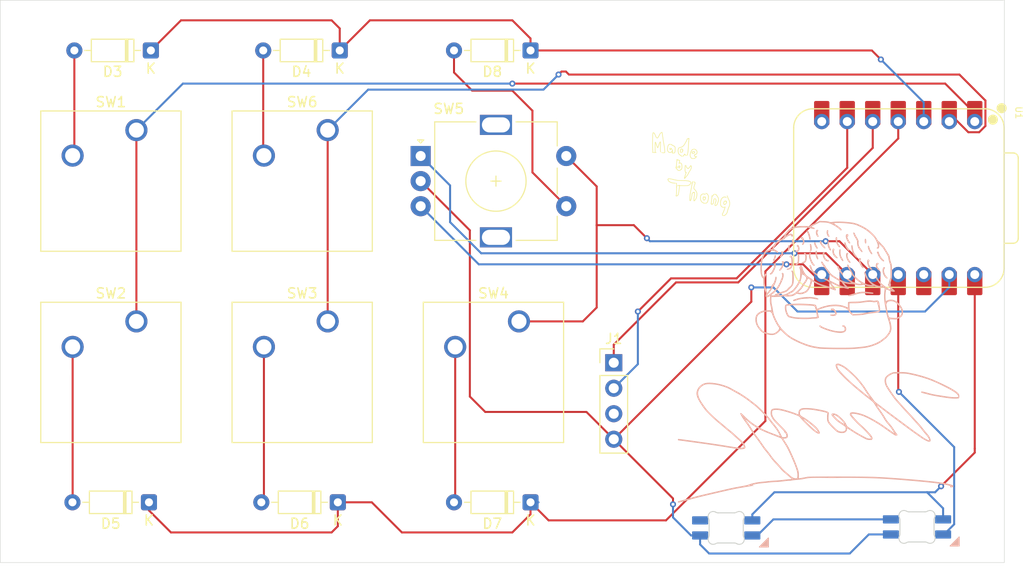
<source format=kicad_pcb>
(kicad_pcb (version 20241229) (generator "pcbnew") (generator_version "9.0")
  (layers (0 "F.Cu" signal) (2 "B.Cu" signal) (13 "F.Paste" user) (15 "B.Paste" user) (5 "F.SilkS" user "F.Silkscreen") (7 "B.SilkS" user "B.Silkscreen") (1 "F.Mask" user) (3 "B.Mask" user) (25 "Edge.Cuts" user))
  (net 0 "")
  (net 1 "Net-(D1-DIN)")
  (net 2 "GND")
  (net 4 "+5V")
  (net 5 "LED")
  (net 6 "ROW0")
  (net 7 "Net-(D3-A)")
  (net 8 "Net-(D4-A)")
  (net 9 "ROW1")
  (net 10 "Net-(D5-A)")
  (net 11 "Net-(D6-A)")
  (net 13 "Net-(D7-A)")
  (net 14 "EC11SWA")
  (net 16 "VCC")
  (net 17 "SCL")
  (net 18 "SDA")
  (net 19 "COL0")
  (net 20 "COL1")
  (net 21 "COL2")
  (net 22 "EC11A")
  (net 23 "EC11B")
  (footprint "Diode_THT:D_DO-35_SOD27_P7.62mm_Horizontal" (layer "F.Cu") (at 191.81 87 180)
    (property "Reference" "D8" (at 3.81 -2.12 0) (layer "F.SilkS"))
    (property "Value" "D_Small")
    (fp_text user "K" (at 0 -1.8 0) (layer "F.SilkS"))
    (pad "1" thru_hole roundrect (at 0 0 180) (size 1.6 1.6) (drill 0.8) (layers "*.Cu" "*.Mask") (roundrect_rratio 0.15625) (net 6 "ROW0"))
    (pad "2" thru_hole circle (at 7.62 0 180) (size 1.6 1.6) (drill 0.8) (layers "*.Cu" "*.Mask") (net 14 "EC11SWA"))
  )
  (footprint "Button_Switch_Keyboard:SW_Cherry_MX_1.00u_PCB" (layer "F.Cu") (at 152.55875 113.9825)
    (property "Reference" "SW2" (at -2.54 -2.794 0) (layer "F.SilkS"))
    (property "Value" "SW_Push")
    (pad "" np_thru_hole circle (at -7.62 5.08) (size 1.7 1.7) (drill 1.7) (layers "*.Cu" "*.Mask"))
    (pad "" np_thru_hole circle (at -2.54 5.08) (size 4 4) (drill 4) (layers "*.Cu" "*.Mask"))
    (pad "" np_thru_hole circle (at 2.54 5.08) (size 1.7 1.7) (drill 1.7) (layers "*.Cu" "*.Mask"))
    (pad "1" thru_hole circle (at 0 0) (size 2.2 2.2) (drill 1.5) (layers "*.Cu" "*.Mask") (net 19 "COL0"))
    (pad "2" thru_hole circle (at -6.35 2.54) (size 2.2 2.2) (drill 1.5) (layers "*.Cu" "*.Mask") (net 10 "Net-(D5-A)"))
  )
  (footprint "Connector_PinHeader_2.54mm:PinHeader_1x04_P2.54mm_Vertical" (layer "F.Cu") (at 200.1 118.1)
    (property "Reference" "J1" (at 0 -2.38 0) (layer "F.SilkS"))
    (property "Value" "Conn_01x04_Pin")
    (pad "1" thru_hole rect (at 0 0) (size 1.7 1.7) (drill 1) (layers "*.Cu" "*.Mask") (net 18 "SDA"))
    (pad "2" thru_hole circle (at 0 2.54) (size 1.7 1.7) (drill 1) (layers "*.Cu" "*.Mask") (net 17 "SCL"))
    (pad "3" thru_hole circle (at 0 5.08) (size 1.7 1.7) (drill 1) (layers "*.Cu" "*.Mask") (net 16 "VCC"))
    (pad "4" thru_hole circle (at 0 7.62) (size 1.7 1.7) (drill 1) (layers "*.Cu" "*.Mask") (net 2 "GND"))
  )
  (footprint "Button_Switch_Keyboard:SW_Cherry_MX_1.00u_PCB" (layer "F.Cu") (at 152.55875 94.9325)
    (property "Reference" "SW1" (at -2.54 -2.794 0) (layer "F.SilkS"))
    (property "Value" "SW_Push")
    (pad "" np_thru_hole circle (at -7.62 5.08) (size 1.7 1.7) (drill 1.7) (layers "*.Cu" "*.Mask"))
    (pad "" np_thru_hole circle (at -2.54 5.08) (size 4 4) (drill 4) (layers "*.Cu" "*.Mask"))
    (pad "" np_thru_hole circle (at 2.54 5.08) (size 1.7 1.7) (drill 1.7) (layers "*.Cu" "*.Mask"))
    (pad "1" thru_hole circle (at 0 0) (size 2.2 2.2) (drill 1.5) (layers "*.Cu" "*.Mask") (net 19 "COL0"))
    (pad "2" thru_hole circle (at -6.35 2.54) (size 2.2 2.2) (drill 1.5) (layers "*.Cu" "*.Mask") (net 7 "Net-(D3-A)"))
  )
  (footprint "Diode_THT:D_DO-35_SOD27_P7.62mm_Horizontal" (layer "F.Cu") (at 154 87 180)
    (property "Reference" "D3" (at 3.81 -2.12 0) (layer "F.SilkS"))
    (property "Value" "D_Small")
    (fp_text user "K" (at 0 -1.8 0) (layer "F.SilkS"))
    (pad "1" thru_hole roundrect (at 0 0 180) (size 1.6 1.6) (drill 0.8) (layers "*.Cu" "*.Mask") (roundrect_rratio 0.15625) (net 6 "ROW0"))
    (pad "2" thru_hole circle (at 7.62 0 180) (size 1.6 1.6) (drill 0.8) (layers "*.Cu" "*.Mask") (net 7 "Net-(D3-A)"))
  )
  (footprint "decor:MX_SK6812MINI-E_REV" (layer "F.Cu") (at 211.3 139.63 180)
    (property "Reference" "D1" (hide yes))
    (property "Value" "SK6812MINI")
    (fp_line (start 1.699999 4.377158) (end 1.699999 5.782842) (stroke (width 0.1)) (layer "Edge.Cuts"))
    (fp_line (start 0.794452 6.579999) (end -0.794453 6.579999) (stroke (width 0.1)) (layer "Edge.Cuts"))
    (fp_line (start -0.794452 3.58) (end 0.794452 3.58) (stroke (width 0.1)) (layer "Edge.Cuts"))
    (fp_line (start -1.699999 5.782842) (end -1.699999 4.377158) (stroke (width 0.1)) (layer "Edge.Cuts"))
    (fp_arc (start 1.749484 5.99972) (mid 1.712527 5.894068) (end 1.699999 5.782842) (stroke (width 0.1)) (layer "Edge.Cuts"))
    (fp_arc (start 1.749484 5.99972) (mid 1.638071 6.584035) (end 1.046711 6.648299) (stroke (width 0.1)) (layer "Edge.Cuts"))
    (fp_arc (start 1.699999 4.377157) (mid 1.712527 4.265932) (end 1.749484 4.16028) (stroke (width 0.1)) (layer "Edge.Cuts"))
    (fp_arc (start 1.046711 3.511703) (mid 1.63807 3.575966) (end 1.749484 4.16028) (stroke (width 0.1)) (layer "Edge.Cuts"))
    (fp_arc (start 1.04671 3.511701) (mid 0.925122 3.562623) (end 0.794452 3.58) (stroke (width 0.1)) (layer "Edge.Cuts"))
    (fp_arc (start 0.794453 6.58) (mid 0.925123 6.597377) (end 1.046711 6.648299) (stroke (width 0.1)) (layer "Edge.Cuts"))
    (fp_arc (start -0.794452 3.58) (mid -0.925123 3.562623) (end -1.046711 3.511701) (stroke (width 0.1)) (layer "Edge.Cuts"))
    (fp_arc (start -1.046711 6.648298) (mid -0.925123 6.597376) (end -0.794453 6.579999) (stroke (width 0.1)) (layer "Edge.Cuts"))
    (fp_arc (start -1.046711 6.648298) (mid -1.638071 6.584034) (end -1.749484 5.99972) (stroke (width 0.1)) (layer "Edge.Cuts"))
    (fp_arc (start -1.699999 5.782843) (mid -1.712527 5.894068) (end -1.749484 5.99972) (stroke (width 0.1)) (layer "Edge.Cuts"))
    (fp_arc (start -1.749484 4.160281) (mid -1.638072 3.575965) (end -1.046711 3.511701) (stroke (width 0.1)) (layer "Edge.Cuts"))
    (fp_arc (start -1.749484 4.16028) (mid -1.712527 4.265932) (end -1.699999 4.377158) (stroke (width 0.1)) (layer "Edge.Cuts"))
    (pad "1" smd roundrect (at 2.6 5.83 270) (size 0.82 1.6) (layers "B.Cu" "B.Mask" "B.Paste") (roundrect_rratio 0.1))
    (pad "2" smd roundrect (at 2.6 4.33 270) (size 0.82 1.6) (layers "B.Cu" "B.Mask" "B.Paste") (roundrect_rratio 0.1) (net 2 "GND"))
    (pad "3" smd roundrect (at -2.6 4.33 270) (size 0.82 1.6) (layers "B.Cu" "B.Mask" "B.Paste") (roundrect_rratio 0.1) (net 1 "Net-(D1-DIN)"))
    (pad "4" smd roundrect (at -2.6 5.83 270) (size 0.82 1.6) (layers "B.Cu" "B.Mask" "B.Paste") (roundrect_rratio 0.1) (net 4 "+5V"))
  )
  (footprint "decor:made by thong" (layer "F.Cu") (at 210.102634 99.681607)
    (property "Reference" "G***" (hide yes))
    (property "Value" "LOGO" (hide yes))
  )
  (footprint "Rotary_Encoder:RotaryEncoder_Alps_EC11E-Switch_Vertical_H20mm" (layer "F.Cu") (at 180.86875 97.5125)
    (property "Reference" "SW5" (at 2.8 -4.7 0) (layer "F.SilkS"))
    (property "Value" "RotaryEncoder_Switch")
    (pad "A" thru_hole rect (at 0 0) (size 2 2) (drill 1) (layers "*.Cu" "*.Mask") (net 22 "EC11A"))
    (pad "B" thru_hole circle (at 0 5) (size 2 2) (drill 1) (layers "*.Cu" "*.Mask") (net 23 "EC11B"))
    (pad "C" thru_hole circle (at 0 2.5) (size 2 2) (drill 1) (layers "*.Cu" "*.Mask") (net 2 "GND"))
    (pad "MP" thru_hole rect (at 7.5 -3.1) (size 3.2 2) (drill oval 2.8 1.5) (layers "*.Cu" "*.Mask"))
    (pad "MP" thru_hole rect (at 7.5 8.1) (size 3.2 2) (drill oval 2.8 1.5) (layers "*.Cu" "*.Mask"))
    (pad "S1" thru_hole circle (at 14.5 5) (size 2 2) (drill 1) (layers "*.Cu" "*.Mask") (net 14 "EC11SWA"))
    (pad "S2" thru_hole circle (at 14.5 0) (size 2 2) (drill 1) (layers "*.Cu" "*.Mask") (net 21 "COL2"))
  )
  (footprint "Diode_THT:D_DO-35_SOD27_P7.62mm_Horizontal" (layer "F.Cu") (at 172.81 87 180)
    (property "Reference" "D4" (at 3.81 -2.12 0) (layer "F.SilkS"))
    (property "Value" "D_Small")
    (fp_text user "K" (at 0 -1.8 0) (layer "F.SilkS"))
    (pad "1" thru_hole roundrect (at 0 0 180) (size 1.6 1.6) (drill 0.8) (layers "*.Cu" "*.Mask") (roundrect_rratio 0.15625) (net 6 "ROW0"))
    (pad "2" thru_hole circle (at 7.62 0 180) (size 1.6 1.6) (drill 0.8) (layers "*.Cu" "*.Mask") (net 8 "Net-(D4-A)"))
  )
  (footprint "decor:MX_SK6812MINI-E_REV" (layer "F.Cu") (at 230.3 139.53 180)
    (property "Reference" "D2" (hide yes))
    (property "Value" "SK6812MINI")
    (fp_line (start 1.699999 4.377158) (end 1.699999 5.782842) (stroke (width 0.1)) (layer "Edge.Cuts"))
    (fp_line (start 0.794452 6.579999) (end -0.794453 6.579999) (stroke (width 0.1)) (layer "Edge.Cuts"))
    (fp_line (start -0.794452 3.58) (end 0.794452 3.58) (stroke (width 0.1)) (layer "Edge.Cuts"))
    (fp_line (start -1.699999 5.782842) (end -1.699999 4.377158) (stroke (width 0.1)) (layer "Edge.Cuts"))
    (fp_arc (start 1.749484 5.99972) (mid 1.712527 5.894068) (end 1.699999 5.782842) (stroke (width 0.1)) (layer "Edge.Cuts"))
    (fp_arc (start 1.749484 5.99972) (mid 1.638071 6.584035) (end 1.046711 6.648299) (stroke (width 0.1)) (layer "Edge.Cuts"))
    (fp_arc (start 1.699999 4.377157) (mid 1.712527 4.265932) (end 1.749484 4.16028) (stroke (width 0.1)) (layer "Edge.Cuts"))
    (fp_arc (start 1.046711 3.511703) (mid 1.63807 3.575966) (end 1.749484 4.16028) (stroke (width 0.1)) (layer "Edge.Cuts"))
    (fp_arc (start 1.04671 3.511701) (mid 0.925122 3.562623) (end 0.794452 3.58) (stroke (width 0.1)) (layer "Edge.Cuts"))
    (fp_arc (start 0.794453 6.58) (mid 0.925123 6.597377) (end 1.046711 6.648299) (stroke (width 0.1)) (layer "Edge.Cuts"))
    (fp_arc (start -0.794452 3.58) (mid -0.925123 3.562623) (end -1.046711 3.511701) (stroke (width 0.1)) (layer "Edge.Cuts"))
    (fp_arc (start -1.046711 6.648298) (mid -0.925123 6.597376) (end -0.794453 6.579999) (stroke (width 0.1)) (layer "Edge.Cuts"))
    (fp_arc (start -1.046711 6.648298) (mid -1.638071 6.584034) (end -1.749484 5.99972) (stroke (width 0.1)) (layer "Edge.Cuts"))
    (fp_arc (start -1.699999 5.782843) (mid -1.712527 5.894068) (end -1.749484 5.99972) (stroke (width 0.1)) (layer "Edge.Cuts"))
    (fp_arc (start -1.749484 4.160281) (mid -1.638072 3.575965) (end -1.046711 3.511701) (stroke (width 0.1)) (layer "Edge.Cuts"))
    (fp_arc (start -1.749484 4.16028) (mid -1.712527 4.265932) (end -1.699999 4.377158) (stroke (width 0.1)) (layer "Edge.Cuts"))
    (pad "1" smd roundrect (at 2.6 5.83 270) (size 0.82 1.6) (layers "B.Cu" "B.Mask" "B.Paste") (roundrect_rratio 0.1) (net 1 "Net-(D1-DIN)"))
    (pad "2" smd roundrect (at 2.6 4.33 270) (size 0.82 1.6) (layers "B.Cu" "B.Mask" "B.Paste") (roundrect_rratio 0.1) (net 2 "GND"))
    (pad "3" smd roundrect (at -2.6 4.33 270) (size 0.82 1.6) (layers "B.Cu" "B.Mask" "B.Paste") (roundrect_rratio 0.1) (net 5 "LED"))
    (pad "4" smd roundrect (at -2.6 5.83 270) (size 0.82 1.6) (layers "B.Cu" "B.Mask" "B.Paste") (roundrect_rratio 0.1) (net 4 "+5V"))
  )
  (footprint "Diode_THT:D_DO-35_SOD27_P7.62mm_Horizontal" (layer "F.Cu") (at 191.81 132 180)
    (property "Reference" "D7" (at 3.81 -2.12 0) (layer "F.SilkS"))
    (property "Value" "D_Small")
    (fp_text user "K" (at 0 -1.8 0) (layer "F.SilkS"))
    (pad "1" thru_hole roundrect (at 0 0 180) (size 1.6 1.6) (drill 0.8) (layers "*.Cu" "*.Mask") (roundrect_rratio 0.15625) (net 9 "ROW1"))
    (pad "2" thru_hole circle (at 7.62 0 180) (size 1.6 1.6) (drill 0.8) (layers "*.Cu" "*.Mask") (net 13 "Net-(D7-A)"))
  )
  (footprint "Diode_THT:D_DO-35_SOD27_P7.62mm_Horizontal" (layer "F.Cu") (at 172.62 132 180)
    (property "Reference" "D6" (at 3.81 -2.12 0) (layer "F.SilkS"))
    (property "Value" "D_Small")
    (fp_text user "K" (at 0 -1.8 0) (layer "F.SilkS"))
    (pad "1" thru_hole roundrect (at 0 0 180) (size 1.6 1.6) (drill 0.8) (layers "*.Cu" "*.Mask") (roundrect_rratio 0.15625) (net 9 "ROW1"))
    (pad "2" thru_hole circle (at 7.62 0 180) (size 1.6 1.6) (drill 0.8) (layers "*.Cu" "*.Mask") (net 11 "Net-(D6-A)"))
  )
  (footprint "Button_Switch_Keyboard:SW_Cherry_MX_1.00u_PCB" (layer "F.Cu") (at 171.60875 94.9325)
    (property "Reference" "SW6" (at -2.54 -2.794 0) (layer "F.SilkS"))
    (property "Value" "SW_Push")
    (pad "" np_thru_hole circle (at -7.62 5.08) (size 1.7 1.7) (drill 1.7) (layers "*.Cu" "*.Mask"))
    (pad "" np_thru_hole circle (at -2.54 5.08) (size 4 4) (drill 4) (layers "*.Cu" "*.Mask"))
    (pad "" np_thru_hole circle (at 2.54 5.08) (size 1.7 1.7) (drill 1.7) (layers "*.Cu" "*.Mask"))
    (pad "1" thru_hole circle (at 0 0) (size 2.2 2.2) (drill 1.5) (layers "*.Cu" "*.Mask") (net 20 "COL1"))
    (pad "2" thru_hole circle (at -6.35 2.54) (size 2.2 2.2) (drill 1.5) (layers "*.Cu" "*.Mask") (net 8 "Net-(D4-A)"))
  )
  (footprint "Button_Switch_Keyboard:SW_Cherry_MX_1.00u_PCB" (layer "F.Cu") (at 190.65875 113.9825)
    (property "Reference" "SW4" (at -2.54 -2.794 0) (layer "F.SilkS"))
    (property "Value" "SW_Push")
    (pad "" np_thru_hole circle (at -7.62 5.08) (size 1.7 1.7) (drill 1.7) (layers "*.Cu" "*.Mask"))
    (pad "" np_thru_hole circle (at -2.54 5.08) (size 4 4) (drill 4) (layers "*.Cu" "*.Mask"))
    (pad "" np_thru_hole circle (at 2.54 5.08) (size 1.7 1.7) (drill 1.7) (layers "*.Cu" "*.Mask"))
    (pad "1" thru_hole circle (at 0 0) (size 2.2 2.2) (drill 1.5) (layers "*.Cu" "*.Mask") (net 21 "COL2"))
    (pad "2" thru_hole circle (at -6.35 2.54) (size 2.2 2.2) (drill 1.5) (layers "*.Cu" "*.Mask") (net 13 "Net-(D7-A)"))
  )
  (footprint "Button_Switch_Keyboard:SW_Cherry_MX_1.00u_PCB" (layer "F.Cu") (at 171.60875 113.9825)
    (property "Reference" "SW3" (at -2.54 -2.794 0) (layer "F.SilkS"))
    (property "Value" "SW_Push")
    (pad "" np_thru_hole circle (at -7.62 5.08) (size 1.7 1.7) (drill 1.7) (layers "*.Cu" "*.Mask"))
    (pad "" np_thru_hole circle (at -2.54 5.08) (size 4 4) (drill 4) (layers "*.Cu" "*.Mask"))
    (pad "" np_thru_hole circle (at 2.54 5.08) (size 1.7 1.7) (drill 1.7) (layers "*.Cu" "*.Mask"))
    (pad "1" thru_hole circle (at 0 0) (size 2.2 2.2) (drill 1.5) (layers "*.Cu" "*.Mask") (net 20 "COL1"))
    (pad "2" thru_hole circle (at -6.35 2.54) (size 2.2 2.2) (drill 1.5) (layers "*.Cu" "*.Mask") (net 11 "Net-(D6-A)"))
  )
  (footprint "Seeed Studio XIAO Series Library:XIAO-RP2040-DIP" (layer "F.Cu") (at 228.4315 101.7 -90)
    (property "Reference" "U1" (at -8.5 -12 270) (layer "F.SilkS") (effects (font (size 0.635 0.635) (thickness 0.1016))))
    (property "Value" "XIAO-RP2040-DIP")
    (pad "1" smd roundrect (at -8.455 -7.62 90) (size 2.432 1.524) (layers "F.Cu" "F.Mask") (roundrect_rratio 0.1) (net 19 "COL0"))
    (pad "1" thru_hole circle (at -7.62 -7.62 90) (size 1.524 1.524) (drill 0.889) (layers "*.Cu" "*.Mask") (net 19 "COL0"))
    (pad "2" smd roundrect (at -8.455 -5.08 90) (size 2.432 1.524) (layers "F.Cu" "F.Mask") (roundrect_rratio 0.1) (net 20 "COL1"))
    (pad "2" thru_hole circle (at -7.62 -5.08 90) (size 1.524 1.524) (drill 0.889) (layers "*.Cu" "*.Mask") (net 20 "COL1"))
    (pad "3" smd roundrect (at -8.455 -2.54 90) (size 2.432 1.524) (layers "F.Cu" "F.Mask") (roundrect_rratio 0.1) (net 6 "ROW0"))
    (pad "3" thru_hole circle (at -7.62 -2.54 90) (size 1.524 1.524) (drill 0.889) (layers "*.Cu" "*.Mask") (net 6 "ROW0"))
    (pad "4" smd roundrect (at -8.455 0 90) (size 2.432 1.524) (layers "F.Cu" "F.Mask") (roundrect_rratio 0.1) (net 9 "ROW1"))
    (pad "4" thru_hole circle (at -7.62 0 90) (size 1.524 1.524) (drill 0.889) (layers "*.Cu" "*.Mask") (net 9 "ROW1"))
    (pad "5" smd roundrect (at -8.455 2.54 90) (size 2.432 1.524) (layers "F.Cu" "F.Mask") (roundrect_rratio 0.1) (net 18 "SDA"))
    (pad "5" thru_hole circle (at -7.62 2.54 90) (size 1.524 1.524) (drill 0.889) (layers "*.Cu" "*.Mask") (net 18 "SDA"))
    (pad "6" smd roundrect (at -8.455 5.08 90) (size 2.432 1.524) (layers "F.Cu" "F.Mask") (roundrect_rratio 0.1) (net 17 "SCL"))
    (pad "6" thru_hole circle (at -7.62 5.08 90) (size 1.524 1.524) (drill 0.889) (layers "*.Cu" "*.Mask") (net 17 "SCL"))
    (pad "7" smd roundrect (at -8.455 7.62 90) (size 2.432 1.524) (layers "F.Cu" "F.Mask") (roundrect_rratio 0.1))
    (pad "7" thru_hole circle (at -7.62 7.62 90) (size 1.524 1.524) (drill 0.889) (layers "*.Cu" "*.Mask"))
    (pad "8" thru_hole circle (at 7.62 7.62 270) (size 1.524 1.524) (drill 0.889) (layers "*.Cu" "*.Mask") (net 23 "EC11B"))
    (pad "8" smd roundrect (at 8.455 7.62 270) (size 2.432 1.524) (layers "F.Cu" "F.Mask") (roundrect_rratio 0.1) (net 23 "EC11B"))
    (pad "9" thru_hole circle (at 7.62 5.08 270) (size 1.524 1.524) (drill 0.889) (layers "*.Cu" "*.Mask") (net 22 "EC11A"))
    (pad "9" smd roundrect (at 8.455 5.08 270) (size 2.432 1.524) (layers "F.Cu" "F.Mask") (roundrect_rratio 0.1) (net 22 "EC11A"))
    (pad "10" thru_hole circle (at 7.62 2.54 270) (size 1.524 1.524) (drill 0.889) (layers "*.Cu" "*.Mask") (net 21 "COL2"))
    (pad "10" smd roundrect (at 8.455 2.54 270) (size 2.432 1.524) (layers "F.Cu" "F.Mask") (roundrect_rratio 0.1) (net 21 "COL2"))
    (pad "11" thru_hole circle (at 7.62 0 270) (size 1.524 1.524) (drill 0.889) (layers "*.Cu" "*.Mask") (net 5 "LED"))
    (pad "11" smd roundrect (at 8.455 0 270) (size 2.432 1.524) (layers "F.Cu" "F.Mask") (roundrect_rratio 0.1) (net 5 "LED"))
    (pad "12" thru_hole circle (at 7.62 -2.54 270) (size 1.524 1.524) (drill 0.889) (layers "*.Cu" "*.Mask"))
    (pad "12" smd roundrect (at 8.455 -2.54 270) (size 2.432 1.524) (layers "F.Cu" "F.Mask") (roundrect_rratio 0.1))
    (pad "13" thru_hole circle (at 7.62 -5.08 270) (size 1.524 1.524) (drill 0.889) (layers "*.Cu" "*.Mask") (net 2 "GND"))
    (pad "13" smd roundrect (at 8.455 -5.08 270) (size 2.432 1.524) (layers "F.Cu" "F.Mask") (roundrect_rratio 0.1) (net 2 "GND"))
    (pad "14" thru_hole circle (at 7.62 -7.62 270) (size 1.524 1.524) (drill 0.889) (layers "*.Cu" "*.Mask") (net 4 "+5V"))
    (pad "14" smd roundrect (at 8.455 -7.62 270) (size 2.432 1.524) (layers "F.Cu" "F.Mask") (roundrect_rratio 0.1) (net 4 "+5V"))
  )
  (footprint "Diode_THT:D_DO-35_SOD27_P7.62mm_Horizontal" (layer "F.Cu") (at 153.81 132 180)
    (property "Reference" "D5" (at 3.81 -2.12 0) (layer "F.SilkS"))
    (property "Value" "D_Small")
    (fp_text user "K" (at 0 -1.8 0) (layer "F.SilkS"))
    (pad "1" thru_hole roundrect (at 0 0 180) (size 1.6 1.6) (drill 0.8) (layers "*.Cu" "*.Mask") (roundrect_rratio 0.15625) (net 9 "ROW1"))
    (pad "2" thru_hole circle (at 7.62 0 180) (size 1.6 1.6) (drill 0.8) (layers "*.Cu" "*.Mask") (net 10 "Net-(D5-A)"))
  )
  (footprint "decor:sign" (layer "B.Cu") (at 220.5 117.530334 180)
    (property "Reference" "G***" (hide yes))
    (property "Value" "LOGO" (hide yes))
  )
  (gr_rect (start 139 82) (end 239 138) (stroke (width 0.05)) (fill no) (layer "Edge.Cuts"))
  (segment (start 214.4 135.3) (end 216 133.7) (width 0.2) (layer "B.Cu") (net 1))
  (segment (start 213.9 135.3) (end 214.4 135.3) (width 0.2) (layer "B.Cu") (net 1))
  (segment (start 213.7 135.2) (end 214.5 135.2) (width 0.2) (layer "B.Cu") (net 1))
  (segment (start 227.7 133.7) (end 216 133.7) (width 0.2) (layer "B.Cu") (net 1))
  (segment (start 185.76775 121.46775) (end 187.3 123) (width 0.2) (layer "F.Cu") (net 2))
  (segment (start 197.38 123) (end 200.1 125.72) (width 0.2) (layer "F.Cu") (net 2))
  (segment (start 200.1 125.72) (end 213.8 112.02) (width 0.2) (layer "F.Cu") (net 2))
  (segment (start 187.3 123) (end 197.38 123) (width 0.2) (layer "F.Cu") (net 2))
  (segment (start 206 132.2) (end 206 131.62) (width 0.2) (layer "F.Cu") (net 2))
  (segment (start 206 131.62) (end 200.1 125.72) (width 0.2) (layer "F.Cu") (net 2))
  (segment (start 185.76775 104.9115) (end 185.76775 121.46775) (width 0.2) (layer "F.Cu") (net 2))
  (segment (start 213.8 112.02) (end 213.8 110.6) (width 0.2) (layer "F.Cu") (net 2))
  (segment (start 180.86875 100.0125) (end 185.76775 104.9115) (width 0.2) (layer "F.Cu") (net 2))
  (via (at 213.8 110.6) (size 0.6) (drill 0.3) (layers "F.Cu" "B.Cu") (net 2))
  (via (at 206 132.2) (size 0.6) (drill 0.3) (layers "F.Cu" "B.Cu") (net 2))
  (segment (start 216 110.6) (end 218.4 113) (width 0.2) (layer "B.Cu") (net 2))
  (segment (start 233.5115 110.5885) (end 233.5115 109.32) (width 0.2) (layer "B.Cu") (net 2))
  (segment (start 213.8 110.6) (end 216 110.6) (width 0.2) (layer "B.Cu") (net 2))
  (segment (start 218.4 113) (end 231.1 113) (width 0.2) (layer "B.Cu") (net 2))
  (segment (start 225.5 135.2) (end 227.7 135.2) (width 0.2) (layer "B.Cu") (net 2))
  (segment (start 231.1 113) (end 233.5115 110.5885) (width 0.2) (layer "B.Cu") (net 2))
  (segment (start 208.7 136.2) (end 208.7 135.3) (width 0.2) (layer "B.Cu") (net 2))
  (segment (start 206 133.5) (end 207.8 135.3) (width 0.2) (layer "B.Cu") (net 2))
  (segment (start 209.6 137.1) (end 223.6 137.1) (width 0.2) (layer "B.Cu") (net 2))
  (segment (start 207.8 135.3) (end 208.7 135.3) (width 0.2) (layer "B.Cu") (net 2))
  (segment (start 206 132.2) (end 206 133.5) (width 0.2) (layer "B.Cu") (net 2))
  (segment (start 223.6 137.1) (end 225.5 135.2) (width 0.2) (layer "B.Cu") (net 2))
  (segment (start 209.6 137.1) (end 208.7 136.2) (width 0.2) (layer "B.Cu") (net 2))
  (segment (start 236.0515 126.6485) (end 236.0515 110.155) (width 0.2) (layer "F.Cu") (net 4))
  (segment (start 236.0515 127.0485) (end 232.7 130.4) (width 0.2) (layer "F.Cu") (net 4))
  (segment (start 236.0515 126.6485) (end 236.0515 127.0485) (width 0.2) (layer "F.Cu") (net 4))
  (via (at 232.7 130.4) (size 0.6) (drill 0.3) (layers "F.Cu" "B.Cu") (net 4))
  (segment (start 216.1 131) (end 213.9 133.2) (width 0.2) (layer "B.Cu") (net 4))
  (segment (start 213.9 133.2) (end 213.9 133.8) (width 0.2) (layer "B.Cu") (net 4))
  (segment (start 232.9 133.7) (end 232.9 132.6) (width 0.2) (layer "B.Cu") (net 4))
  (segment (start 231.3 131) (end 216.1 131) (width 0.2) (layer "B.Cu") (net 4))
  (segment (start 232.1 131) (end 231.3 131) (width 0.2) (layer "B.Cu") (net 4))
  (segment (start 232.7 130.4) (end 232.1 131) (width 0.2) (layer "B.Cu") (net 4))
  (segment (start 231.3 131) (end 232.9 132.6) (width 0.2) (layer "B.Cu") (net 4))
  (segment (start 228.4315 120.9315) (end 228.4315 109.32) (width 0.2) (layer "F.Cu") (net 5))
  (segment (start 228.5 121) (end 228.4315 120.9315) (width 0.2) (layer "F.Cu") (net 5))
  (via (at 228.5 121) (size 0.6) (drill 0.3) (layers "F.Cu" "B.Cu") (net 5))
  (segment (start 232.989914 135.2) (end 234.001 134.188914) (width 0.2) (layer "B.Cu") (net 5))
  (segment (start 234.001 126.501) (end 228.5 121) (width 0.2) (layer "B.Cu") (net 5))
  (segment (start 232.9 135.2) (end 232.989914 135.2) (width 0.2) (layer "B.Cu") (net 5))
  (segment (start 234.001 134.188914) (end 234.001 126.501) (width 0.2) (layer "B.Cu") (net 5))
  (segment (start 172.81 84.81) (end 172.81 87) (width 0.2) (layer "F.Cu") (net 6))
  (segment (start 190 84) (end 191.81 85.81) (width 0.2) (layer "F.Cu") (net 6))
  (segment (start 175.81 84) (end 190 84) (width 0.2) (layer "F.Cu") (net 6))
  (segment (start 154 87) (end 157 84) (width 0.2) (layer "F.Cu") (net 6))
  (segment (start 172 84) (end 172.81 84.81) (width 0.2) (layer "F.Cu") (net 6))
  (segment (start 191.81 85.81) (end 191.81 87) (width 0.2) (layer "F.Cu") (net 6))
  (segment (start 157 84) (end 172 84) (width 0.2) (layer "F.Cu") (net 6))
  (segment (start 225.8 87) (end 226.7 87.9) (width 0.2) (layer "F.Cu") (net 6))
  (segment (start 172.81 87) (end 175.81 84) (width 0.2) (layer "F.Cu") (net 6))
  (segment (start 191.81 87) (end 225.8 87) (width 0.2) (layer "F.Cu") (net 6))
  (via (at 226.7 87.9) (size 0.6) (drill 0.3) (layers "F.Cu" "B.Cu") (net 6))
  (segment (start 230.9715 92.1715) (end 230.9715 94.08) (width 0.2) (layer "B.Cu") (net 6))
  (segment (start 226.7 87.9) (end 230.9715 92.1715) (width 0.2) (layer "B.Cu") (net 6))
  (segment (start 146.38 97.30125) (end 146.20875 97.4725) (width 0.2) (layer "F.Cu") (net 7))
  (segment (start 146.38 87) (end 146.38 97.30125) (width 0.2) (layer "F.Cu") (net 7))
  (segment (start 165.19 87) (end 165.19 97.40375) (width 0.2) (layer "F.Cu") (net 8))
  (segment (start 165.19 97.40375) (end 165.25875 97.4725) (width 0.2) (layer "F.Cu") (net 8))
  (segment (start 153.81 132.81) (end 156 135) (width 0.2) (layer "F.Cu") (net 9))
  (segment (start 176 132) (end 179 135) (width 0.2) (layer "F.Cu") (net 9))
  (segment (start 193.61 133.8) (end 205.3 133.8) (width 0.2) (layer "F.Cu") (net 9))
  (segment (start 191.81 133.19) (end 191.81 132) (width 0.2) (layer "F.Cu") (net 9))
  (segment (start 228.4315 95.7685) (end 228.4315 94.08) (width 0.2) (layer "F.Cu") (net 9))
  (segment (start 191.81 132) (end 193.61 133.8) (width 0.2) (layer "F.Cu") (net 9))
  (segment (start 179 135) (end 190 135) (width 0.2) (layer "F.Cu") (net 9))
  (segment (start 172 135) (end 172.62 134.38) (width 0.2) (layer "F.Cu") (net 9))
  (segment (start 172.62 132) (end 176 132) (width 0.2) (layer "F.Cu") (net 9))
  (segment (start 190 135) (end 191.81 133.19) (width 0.2) (layer "F.Cu") (net 9))
  (segment (start 153.81 132) (end 153.81 132.81) (width 0.2) (layer "F.Cu") (net 9))
  (segment (start 172.62 134.38) (end 172.62 132) (width 0.2) (layer "F.Cu") (net 9))
  (segment (start 156 135) (end 172 135) (width 0.2) (layer "F.Cu") (net 9))
  (segment (start 215.2 123.9) (end 215.2 109) (width 0.2) (layer "F.Cu") (net 9))
  (segment (start 215.2 109) (end 228.4315 95.7685) (width 0.2) (layer "F.Cu") (net 9))
  (segment (start 205.3 133.8) (end 215.2 123.9) (width 0.2) (layer "F.Cu") (net 9))
  (segment (start 192.61 132) (end 191.81 132) (width 0.2) (layer "B.Cu") (net 9))
  (segment (start 146.20875 116.5225) (end 146.20875 131.98125) (width 0.2) (layer "F.Cu") (net 10))
  (segment (start 146.20875 131.98125) (end 146.19 132) (width 0.2) (layer "F.Cu") (net 10))
  (segment (start 165.25875 131.74125) (end 165 132) (width 0.2) (layer "F.Cu") (net 11))
  (segment (start 165.25875 116.5225) (end 165.25875 131.74125) (width 0.2) (layer "F.Cu") (net 11))
  (segment (start 184.30875 116.5225) (end 184.30875 131.88125) (width 0.2) (layer "F.Cu") (net 13))
  (segment (start 184.30875 131.88125) (end 184.19 132) (width 0.2) (layer "F.Cu") (net 13))
  (segment (start 192 99.14375) (end 192 93) (width 0.2) (layer "F.Cu") (net 14))
  (segment (start 195.36875 102.5125) (end 192 99.14375) (width 0.2) (layer "F.Cu") (net 14))
  (segment (start 190 91) (end 186 91) (width 0.2) (layer "F.Cu") (net 14))
  (segment (start 184.19 89.19) (end 184.19 87) (width 0.2) (layer "F.Cu") (net 14))
  (segment (start 186 91) (end 184.19 89.19) (width 0.2) (layer "F.Cu") (net 14))
  (segment (start 192 93) (end 190 91) (width 0.2) (layer "F.Cu") (net 14))
  (segment (start 223.3515 94.08) (end 223.3515 98.6814) (width 0.2) (layer "F.Cu") (net 17))
  (segment (start 212.3339 109.699) (end 205.801 109.699) (width 0.2) (layer "F.Cu") (net 17))
  (segment (start 223.3515 98.6814) (end 212.3339 109.699) (width 0.2) (layer "F.Cu") (net 17))
  (segment (start 205.801 109.699) (end 202.5 113) (width 0.2) (layer "F.Cu") (net 17))
  (via (at 202.5 113) (size 0.6) (drill 0.3) (layers "F.Cu" "B.Cu") (net 17))
  (segment (start 202.5 113) (end 202.5 118.24) (width 0.2) (layer "B.Cu") (net 17))
  (segment (start 202.5 118.24) (end 200.1 120.64) (width 0.2) (layer "B.Cu") (net 17))
  (segment (start 206.3 110.1) (end 200.1 116.3) (width 0.2) (layer "F.Cu") (net 18))
  (segment (start 225.8915 96.7085) (end 212.5 110.1) (width 0.2) (layer "F.Cu") (net 18))
  (segment (start 225.8915 94.08) (end 225.8915 96.7085) (width 0.2) (layer "F.Cu") (net 18))
  (segment (start 200.1 116.3) (end 200.1 118.1) (width 0.2) (layer "F.Cu") (net 18))
  (segment (start 212.5 110.1) (end 206.3 110.1) (width 0.2) (layer "F.Cu") (net 18))
  (segment (start 152.55875 94.9325) (end 152.55875 113.9825) (width 0.2) (layer "F.Cu") (net 19))
  (segment (start 190 90.3) (end 233.1065 90.3) (width 0.2) (layer "F.Cu") (net 19))
  (segment (start 233.1065 90.3) (end 236.0515 93.245) (width 0.2) (layer "F.Cu") (net 19))
  (via (at 190 90.3) (size 0.6) (drill 0.3) (layers "F.Cu" "B.Cu") (net 19))
  (segment (start 157.19125 90.3) (end 152.55875 94.9325) (width 0.2) (layer "B.Cu") (net 19))
  (segment (start 190 90.3) (end 157.19125 90.3) (width 0.2) (layer "B.Cu") (net 19))
  (segment (start 195.3329 89.1) (end 194.9 89.1) (width 0.2) (layer "F.Cu") (net 20))
  (segment (start 237.1145 91.989374) (end 234.525126 89.4) (width 0.2) (layer "F.Cu") (net 20))
  (segment (start 235.4095 95.143) (end 236.49181 95.143) (width 0.2) (layer "F.Cu") (net 20))
  (segment (start 236.49181 95.143) (end 237.1145 94.52031) (width 0.2) (layer "F.Cu") (net 20))
  (segment (start 194.9 89.1) (end 194.6 89.4) (width 0.2) (layer "F.Cu") (net 20))
  (segment (start 234.525126 89.4) (end 195.6329 89.4) (width 0.2) (layer "F.Cu") (net 20))
  (segment (start 195.6329 89.4) (end 195.3329 89.1) (width 0.2) (layer "F.Cu") (net 20))
  (segment (start 237.1145 94.52031) (end 237.1145 91.989374) (width 0.2) (layer "F.Cu") (net 20))
  (segment (start 233.5115 93.245) (end 235.4095 95.143) (width 0.2) (layer "F.Cu") (net 20))
  (segment (start 171.60875 94.9325) (end 171.60875 113.9825) (width 0.2) (layer "F.Cu") (net 20))
  (via (at 194.6 89.4) (size 0.6) (drill 0.3) (layers "F.Cu" "B.Cu") (net 20))
  (segment (start 194.6 89.4) (end 193.099 90.901) (width 0.2) (layer "B.Cu") (net 20))
  (segment (start 193.099 90.901) (end 175.64025 90.901) (width 0.2) (layer "B.Cu") (net 20))
  (segment (start 175.64025 90.901) (end 171.60875 94.9325) (width 0.2) (layer "B.Cu") (net 20))
  (segment (start 225.8915 109.32) (end 222.5715 106) (width 0.2) (layer "F.Cu") (net 21))
  (segment (start 198.4 112.6) (end 198.4 104.4) (width 0.2) (layer "F.Cu") (net 21))
  (segment (start 198.4 100.54375) (end 195.36875 97.5125) (width 0.2) (layer "F.Cu") (net 21))
  (segment (start 202.1 104.4) (end 198.4 104.4) (width 0.2) (layer "F.Cu") (net 21))
  (segment (start 197.0175 113.9825) (end 198.4 112.6) (width 0.2) (layer "F.Cu") (net 21))
  (segment (start 222.5715 106) (end 221.2 106) (width 0.2) (layer "F.Cu") (net 21))
  (segment (start 198.4 104.4) (end 198.4 100.54375) (width 0.2) (layer "F.Cu") (net 21))
  (segment (start 190.65875 113.9825) (end 197.0175 113.9825) (width 0.2) (layer "F.Cu") (net 21))
  (segment (start 203.4 105.7) (end 202.1 104.4) (width 0.2) (layer "F.Cu") (net 21))
  (via (at 203.4 105.7) (size 0.6) (drill 0.3) (layers "F.Cu" "B.Cu") (net 21))
  (via (at 221.2 106) (size 0.6) (drill 0.3) (layers "F.Cu" "B.Cu") (net 21))
  (segment (start 221.2 106) (end 203.7 106) (width 0.2) (layer "B.Cu") (net 21))
  (segment (start 203.7 106) (end 203.4 105.7) (width 0.2) (layer "B.Cu") (net 21))
  (segment (start 223.3515 109.32) (end 221.2315 107.2) (width 0.2) (layer "F.Cu") (net 22))
  (segment (start 221.2315 107.2) (end 218.1 107.2) (width 0.2) (layer "F.Cu") (net 22))
  (via (at 218.1 107.2) (size 0.6) (drill 0.3) (layers "F.Cu" "B.Cu") (net 22))
  (segment (start 218.1 107.2) (end 186.9 107.2) (width 0.2) (layer "B.Cu") (net 22))
  (segment (start 183.8 100.44375) (end 180.86875 97.5125) (width 0.2) (layer "B.Cu") (net 22))
  (segment (start 186.9 107.2) (end 183.8 104.1) (width 0.2) (layer "B.Cu") (net 22))
  (segment (start 183.8 104.1) (end 183.8 100.44375) (width 0.2) (layer "B.Cu") (net 22))
  (segment (start 218.9565 108.3) (end 217.3 108.3) (width 0.2) (layer "F.Cu") (net 23))
  (segment (start 220.8115 110.155) (end 218.9565 108.3) (width 0.2) (layer "F.Cu") (net 23))
  (via (at 217.3 108.3) (size 0.6) (drill 0.3) (layers "F.Cu" "B.Cu") (net 23))
  (segment (start 186.65625 108.3) (end 180.86875 102.5125) (width 0.2) (layer "B.Cu") (net 23))
  (segment (start 217.3 108.3) (end 186.65625 108.3) (width 0.2) (layer "B.Cu") (net 23))
)
</source>
